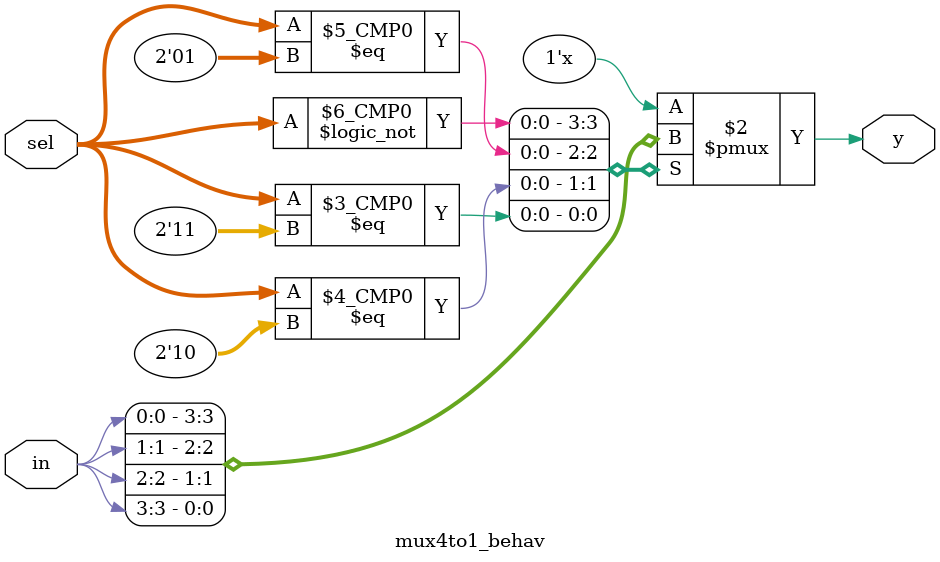
<source format=v>
module mux4to1_behav ( input [3:0] in,
						input [1:0] sel,
						output reg y);
						
		
		
		always@(*) begin
		
			case(sel)
			
			2'b00: y = in[0];
			2'b01: y = in[1];
			2'b10: y = in[2];
			2'b11: y = in[3];	
			
			default: y = 1'bz;
			
			endcase
			 
		end
	endmodule
</source>
